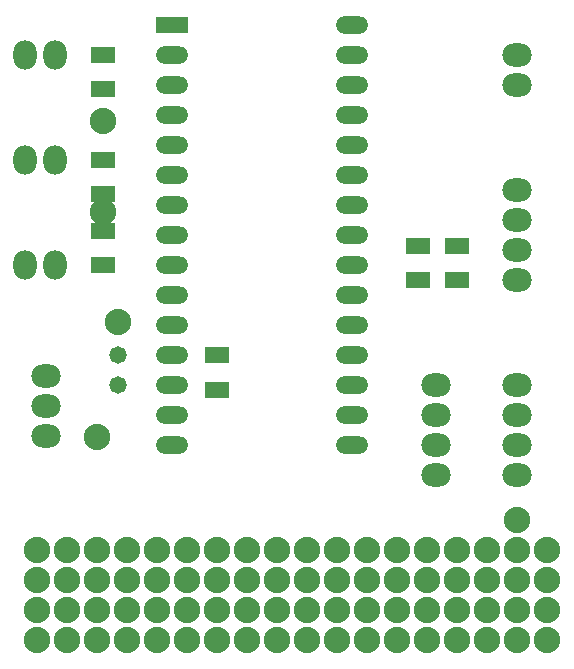
<source format=gbs>
G04*
G04 #@! TF.GenerationSoftware,Altium Limited,Altium Designer,24.5.1 (21)*
G04*
G04 Layer_Color=16711935*
%FSLAX44Y44*%
%MOMM*%
G71*
G04*
G04 #@! TF.SameCoordinates,4CF24129-FD56-4E2D-9210-4E3AEFEF1F0E*
G04*
G04*
G04 #@! TF.FilePolarity,Negative*
G04*
G01*
G75*
%ADD11C,2.2352*%
%ADD12C,1.4732*%
%ADD13R,2.7432X1.4732*%
%ADD14O,2.7432X1.4732*%
%ADD15O,2.4892X1.9812*%
%ADD16O,1.9812X2.4892*%
%ADD26R,2.0032X1.3532*%
D11*
X457200Y-457200D02*
D03*
X101600Y-387350D02*
D03*
Y-558800D02*
D03*
X127000D02*
D03*
X152400D02*
D03*
X177800D02*
D03*
X203200D02*
D03*
X228600D02*
D03*
X254000D02*
D03*
X279400D02*
D03*
X304800D02*
D03*
X330200D02*
D03*
X355600D02*
D03*
X381000D02*
D03*
X406400D02*
D03*
X431800D02*
D03*
X101600Y-533400D02*
D03*
X127000D02*
D03*
X152400D02*
D03*
X177800D02*
D03*
X203200D02*
D03*
X228600D02*
D03*
X254000D02*
D03*
X279400D02*
D03*
X304800D02*
D03*
X330200D02*
D03*
X355600D02*
D03*
X381000D02*
D03*
X406400D02*
D03*
X431800D02*
D03*
X101600Y-508000D02*
D03*
X127000D02*
D03*
X152400D02*
D03*
X177800D02*
D03*
X203200D02*
D03*
X228600D02*
D03*
X254000D02*
D03*
X279400D02*
D03*
X304800D02*
D03*
X330200D02*
D03*
X355600D02*
D03*
X381000D02*
D03*
X406400D02*
D03*
X431800D02*
D03*
Y-482600D02*
D03*
X406400D02*
D03*
X381000D02*
D03*
X355600D02*
D03*
X330200D02*
D03*
X304800D02*
D03*
X279400D02*
D03*
X254000D02*
D03*
X228600D02*
D03*
X203200D02*
D03*
X177800D02*
D03*
X152400D02*
D03*
X127000D02*
D03*
X101600D02*
D03*
X457200D02*
D03*
Y-508000D02*
D03*
Y-533400D02*
D03*
Y-558800D02*
D03*
X482600Y-482600D02*
D03*
Y-508000D02*
D03*
Y-533400D02*
D03*
Y-558800D02*
D03*
X76200D02*
D03*
Y-533400D02*
D03*
Y-508000D02*
D03*
Y-482600D02*
D03*
X50800Y-558800D02*
D03*
Y-533400D02*
D03*
Y-508000D02*
D03*
Y-482600D02*
D03*
X119380Y-289560D02*
D03*
X106680Y-196850D02*
D03*
Y-119380D02*
D03*
D12*
X119380Y-317500D02*
D03*
Y-342900D02*
D03*
D13*
X165100Y-38100D02*
D03*
D14*
Y-63500D02*
D03*
Y-88900D02*
D03*
Y-114300D02*
D03*
Y-139700D02*
D03*
Y-165100D02*
D03*
Y-190500D02*
D03*
Y-215900D02*
D03*
Y-241300D02*
D03*
Y-266700D02*
D03*
Y-292100D02*
D03*
Y-317500D02*
D03*
Y-342900D02*
D03*
Y-368300D02*
D03*
Y-393700D02*
D03*
X317500Y-38100D02*
D03*
Y-63500D02*
D03*
Y-88900D02*
D03*
Y-114300D02*
D03*
Y-139700D02*
D03*
Y-165100D02*
D03*
Y-190500D02*
D03*
Y-215900D02*
D03*
Y-241300D02*
D03*
Y-266700D02*
D03*
Y-292100D02*
D03*
Y-317500D02*
D03*
Y-342900D02*
D03*
Y-368300D02*
D03*
Y-393700D02*
D03*
D15*
X457200Y-63500D02*
D03*
Y-88900D02*
D03*
Y-419100D02*
D03*
Y-393700D02*
D03*
Y-368300D02*
D03*
Y-342900D02*
D03*
X58420Y-386080D02*
D03*
Y-360680D02*
D03*
Y-335280D02*
D03*
X457200Y-254000D02*
D03*
Y-228600D02*
D03*
Y-203200D02*
D03*
Y-177800D02*
D03*
X388620Y-419100D02*
D03*
Y-393700D02*
D03*
Y-368300D02*
D03*
Y-342900D02*
D03*
D16*
X40640Y-63500D02*
D03*
X66040D02*
D03*
X40640Y-241300D02*
D03*
X66040D02*
D03*
X40640Y-152400D02*
D03*
X66040D02*
D03*
D26*
X106680D02*
D03*
Y-181400D02*
D03*
Y-241300D02*
D03*
Y-212300D02*
D03*
X203200Y-317500D02*
D03*
Y-347500D02*
D03*
X373380Y-225000D02*
D03*
Y-254000D02*
D03*
X406400Y-225000D02*
D03*
Y-254000D02*
D03*
X106680Y-63500D02*
D03*
Y-92500D02*
D03*
M02*

</source>
